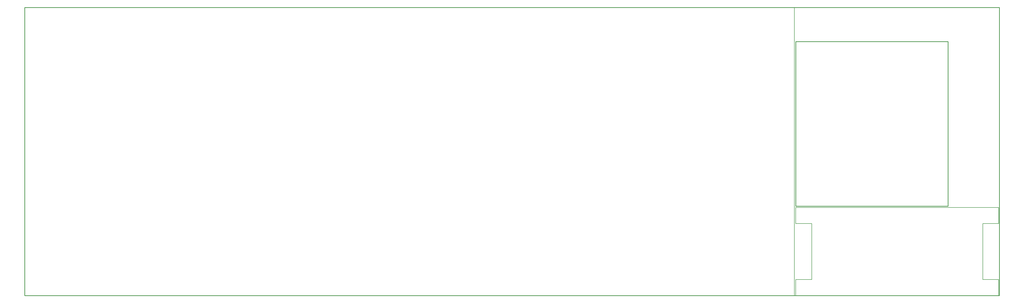
<source format=gm1>
G04 Layer_Color=39372*
%FSLAX44Y44*%
%MOMM*%
G71*
G01*
G75*
%ADD28C,0.2500*%
%ADD85C,0.2000*%
D28*
X0Y780000D02*
Y1860000D01*
Y780000D02*
X3647500D01*
Y1860000D01*
X0D02*
X3647500D01*
X3455000Y1115000D02*
Y1732500D01*
X2885000D01*
Y1115000D02*
Y1732500D01*
X3455000Y1115000D02*
X2885000D01*
D85*
X2945000Y1050000D02*
Y840000D01*
X3585000Y1050000D02*
Y840000D01*
X2885000D02*
Y780000D01*
X2945000Y840000D02*
X2885000D01*
Y1110000D02*
Y1050000D01*
X2945000D02*
X2885000D01*
X3645000Y1110000D02*
Y1050000D01*
Y1110000D02*
X3585000D01*
X3645000Y1050000D02*
X3585000D01*
X3645000Y780000D02*
X3585000D01*
X3645000Y840000D02*
X3585000D01*
X3645000D02*
Y780000D01*
X3585000Y1110000D02*
X2885000D01*
X3585000Y780000D02*
X2885000D01*
X0D02*
X2880002D01*
Y1860001D01*
X0D02*
X2880002D01*
X0Y780000D02*
Y1860001D01*
M02*

</source>
